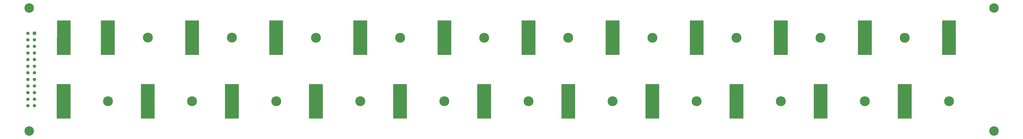
<source format=gbr>
%TF.GenerationSoftware,KiCad,Pcbnew,9.0.4*%
%TF.CreationDate,2025-09-16T19:44:55+08:00*%
%TF.ProjectId,accum_pcb_up,61636375-6d5f-4706-9362-5f75702e6b69,rev?*%
%TF.SameCoordinates,Original*%
%TF.FileFunction,Soldermask,Bot*%
%TF.FilePolarity,Negative*%
%FSLAX46Y46*%
G04 Gerber Fmt 4.6, Leading zero omitted, Abs format (unit mm)*
G04 Created by KiCad (PCBNEW 9.0.4) date 2025-09-16 19:44:55*
%MOMM*%
%LPD*%
G01*
G04 APERTURE LIST*
G04 Aperture macros list*
%AMRoundRect*
0 Rectangle with rounded corners*
0 $1 Rounding radius*
0 $2 $3 $4 $5 $6 $7 $8 $9 X,Y pos of 4 corners*
0 Add a 4 corners polygon primitive as box body*
4,1,4,$2,$3,$4,$5,$6,$7,$8,$9,$2,$3,0*
0 Add four circle primitives for the rounded corners*
1,1,$1+$1,$2,$3*
1,1,$1+$1,$4,$5*
1,1,$1+$1,$6,$7*
1,1,$1+$1,$8,$9*
0 Add four rect primitives between the rounded corners*
20,1,$1+$1,$2,$3,$4,$5,0*
20,1,$1+$1,$4,$5,$6,$7,0*
20,1,$1+$1,$6,$7,$8,$9,0*
20,1,$1+$1,$8,$9,$2,$3,0*%
G04 Aperture macros list end*
%ADD10C,4.500000*%
%ADD11RoundRect,0.250001X-0.499999X0.499999X-0.499999X-0.499999X0.499999X-0.499999X0.499999X0.499999X0*%
%ADD12C,1.500000*%
%ADD13C,4.300000*%
G04 APERTURE END LIST*
D10*
%TO.C,*%
X235443015Y-179675500D03*
%TD*%
%TO.C,*%
X349583304Y-179680000D03*
%TD*%
%TO.C,*%
X367583985Y-179681500D03*
%TD*%
%TO.C,*%
X501770334Y-179686000D03*
%TD*%
%TO.C,*%
X139303985Y-179672500D03*
%TD*%
%TO.C,*%
X291491015Y-179678500D03*
%TD*%
%TO.C,*%
X177350333Y-179674000D03*
%TD*%
%TO.C,*%
X215382564Y-208611500D03*
%TD*%
%TO.C,*%
X159350015Y-208610500D03*
%TD*%
%TO.C,*%
X177350696Y-208612000D03*
%TD*%
%TO.C,*%
X121303682Y-208611500D03*
%TD*%
%TO.C,*%
X367584348Y-208619500D03*
%TD*%
%TO.C,*%
X443678015Y-208620500D03*
%TD*%
%TO.C,*%
X405631363Y-208619000D03*
%TD*%
%TO.C,*%
X235443378Y-208611500D03*
%TD*%
%TO.C,*%
X387629652Y-179681500D03*
%TD*%
D11*
%TO.C,J1*%
X88070000Y-177652144D03*
D12*
X88070000Y-180652144D03*
X88070000Y-183652144D03*
X88070000Y-186652144D03*
X88070000Y-189652144D03*
X88070000Y-192652144D03*
X88070000Y-195652144D03*
X88070000Y-198652144D03*
X88070000Y-201652144D03*
X88070000Y-204652144D03*
X88070000Y-207652144D03*
X88070000Y-210652144D03*
X85070000Y-177652144D03*
X85070000Y-180652144D03*
X85070000Y-183652144D03*
X85070000Y-186652144D03*
X85070000Y-189652144D03*
X85070000Y-192652144D03*
X85070000Y-195652144D03*
X85070000Y-198652144D03*
X85070000Y-201652144D03*
X85070000Y-204652144D03*
X85070000Y-207652144D03*
X85070000Y-210652144D03*
%TD*%
D10*
%TO.C,*%
X425677030Y-208619000D03*
%TD*%
%TO.C,*%
X311536682Y-208611500D03*
%TD*%
D13*
%TO.C,H2*%
X522111000Y-222119000D03*
%TD*%
D10*
%TO.C,*%
X311536682Y-179678500D03*
%TD*%
%TO.C,*%
X349583667Y-208618000D03*
%TD*%
%TO.C,*%
X197396000Y-179674000D03*
%TD*%
%TO.C,*%
X253444363Y-208613000D03*
%TD*%
%TO.C,*%
X329537637Y-179680000D03*
%TD*%
D13*
%TO.C,H1*%
X522111000Y-166186000D03*
%TD*%
D10*
%TO.C,*%
X291491015Y-208611500D03*
%TD*%
%TO.C,*%
X273490030Y-208613000D03*
%TD*%
%TO.C,*%
X387630015Y-208619500D03*
%TD*%
%TO.C,*%
X273489667Y-179677000D03*
%TD*%
%TO.C,*%
X215397348Y-179675500D03*
%TD*%
%TO.C,*%
X443677652Y-179684500D03*
%TD*%
%TO.C,*%
X463723319Y-179684500D03*
%TD*%
%TO.C,*%
X159349652Y-179672500D03*
%TD*%
%TO.C,*%
X139304348Y-208610500D03*
%TD*%
%TO.C,*%
X101257652Y-179673500D03*
%TD*%
%TO.C,*%
X481724667Y-179686000D03*
%TD*%
%TO.C,*%
X481724667Y-208619000D03*
%TD*%
%TO.C,*%
X121303319Y-179673500D03*
%TD*%
%TO.C,*%
X329538000Y-208618000D03*
%TD*%
D13*
%TO.C,H4*%
X85629000Y-222118000D03*
%TD*%
D10*
%TO.C,*%
X101258015Y-208611500D03*
%TD*%
%TO.C,*%
X501770334Y-208619000D03*
%TD*%
%TO.C,*%
X405631000Y-179683000D03*
%TD*%
%TO.C,*%
X463723682Y-208620500D03*
%TD*%
%TO.C,*%
X425676667Y-179683000D03*
%TD*%
%TO.C,*%
X253444000Y-179677000D03*
%TD*%
%TO.C,*%
X197396363Y-208612000D03*
%TD*%
D13*
%TO.C,H3*%
X85629000Y-166186000D03*
%TD*%
G36*
X446732540Y-200829685D02*
G01*
X446778295Y-200882489D01*
X446789501Y-200934000D01*
X446789501Y-216307000D01*
X446769816Y-216374039D01*
X446717012Y-216419794D01*
X446665501Y-216431000D01*
X440690538Y-216431000D01*
X440623499Y-216411315D01*
X440577744Y-216358511D01*
X440566538Y-216306992D01*
X440567498Y-200933992D01*
X440587187Y-200866954D01*
X440639994Y-200821202D01*
X440691498Y-200810000D01*
X446665501Y-200810000D01*
X446732540Y-200829685D01*
G37*
G36*
X484779192Y-200828185D02*
G01*
X484824947Y-200880989D01*
X484836153Y-200932500D01*
X484836153Y-216305500D01*
X484816468Y-216372539D01*
X484763664Y-216418294D01*
X484712153Y-216429500D01*
X478737190Y-216429500D01*
X478670151Y-216409815D01*
X478624396Y-216357011D01*
X478613190Y-216305492D01*
X478614150Y-200932492D01*
X478633839Y-200865454D01*
X478686646Y-200819702D01*
X478738150Y-200808500D01*
X484712153Y-200808500D01*
X484779192Y-200828185D01*
G37*
G36*
X466777844Y-171893685D02*
G01*
X466823599Y-171946489D01*
X466834805Y-171998000D01*
X466834805Y-187371000D01*
X466815120Y-187438039D01*
X466762316Y-187483794D01*
X466710805Y-187495000D01*
X460735842Y-187495000D01*
X460668803Y-187475315D01*
X460623048Y-187422511D01*
X460611842Y-187370992D01*
X460612802Y-171997992D01*
X460632491Y-171930954D01*
X460685298Y-171885202D01*
X460736802Y-171874000D01*
X466710805Y-171874000D01*
X466777844Y-171893685D01*
G37*
G36*
X218437091Y-200820685D02*
G01*
X218482846Y-200873489D01*
X218494052Y-200925000D01*
X218494052Y-216298000D01*
X218474367Y-216365039D01*
X218421563Y-216410794D01*
X218370052Y-216422000D01*
X212395084Y-216422000D01*
X212328045Y-216402315D01*
X212282290Y-216349511D01*
X212271084Y-216297992D01*
X212272044Y-200924992D01*
X212291733Y-200857954D01*
X212344540Y-200812202D01*
X212396044Y-200801000D01*
X218370052Y-200801000D01*
X218437091Y-200820685D01*
G37*
G36*
X256498888Y-200822185D02*
G01*
X256544643Y-200874989D01*
X256555849Y-200926500D01*
X256555849Y-216299500D01*
X256536164Y-216366539D01*
X256483360Y-216412294D01*
X256431849Y-216423500D01*
X250456886Y-216423500D01*
X250389847Y-216403815D01*
X250344092Y-216351011D01*
X250332886Y-216299492D01*
X250333846Y-200926492D01*
X250353535Y-200859454D01*
X250406342Y-200813702D01*
X250457846Y-200802500D01*
X256431849Y-200802500D01*
X256498888Y-200822185D01*
G37*
G36*
X294545540Y-200820685D02*
G01*
X294591295Y-200873489D01*
X294602501Y-200925000D01*
X294602501Y-216298000D01*
X294582816Y-216365039D01*
X294530012Y-216410794D01*
X294478501Y-216422000D01*
X288503538Y-216422000D01*
X288436499Y-216402315D01*
X288390744Y-216349511D01*
X288379538Y-216297992D01*
X288380498Y-200924992D01*
X288400187Y-200857954D01*
X288452994Y-200812202D01*
X288504498Y-200801000D01*
X294478501Y-200801000D01*
X294545540Y-200820685D01*
G37*
G36*
X162404177Y-171881685D02*
G01*
X162449932Y-171934489D01*
X162461138Y-171986000D01*
X162461138Y-187359000D01*
X162441453Y-187426039D01*
X162388649Y-187471794D01*
X162337138Y-187483000D01*
X156362175Y-187483000D01*
X156295136Y-187463315D01*
X156249381Y-187410511D01*
X156238175Y-187358992D01*
X156239135Y-171985992D01*
X156258824Y-171918954D01*
X156311631Y-171873202D01*
X156363135Y-171862000D01*
X162337138Y-171862000D01*
X162404177Y-171881685D01*
G37*
G36*
X504824859Y-171895185D02*
G01*
X504870614Y-171947989D01*
X504881820Y-171999500D01*
X504881820Y-187372500D01*
X504862135Y-187439539D01*
X504809331Y-187485294D01*
X504757820Y-187496500D01*
X498782857Y-187496500D01*
X498715818Y-187476815D01*
X498670063Y-187424011D01*
X498658857Y-187372492D01*
X498659817Y-171999492D01*
X498679506Y-171932454D01*
X498732313Y-171886702D01*
X498783817Y-171875500D01*
X504757820Y-171875500D01*
X504824859Y-171895185D01*
G37*
G36*
X200450525Y-171883185D02*
G01*
X200496280Y-171935989D01*
X200507486Y-171987500D01*
X200507486Y-187360500D01*
X200487801Y-187427539D01*
X200434997Y-187473294D01*
X200383486Y-187484500D01*
X194408523Y-187484500D01*
X194341484Y-187464815D01*
X194295729Y-187412011D01*
X194284523Y-187360492D01*
X194285483Y-171987492D01*
X194305172Y-171920454D01*
X194357979Y-171874702D01*
X194409483Y-171863500D01*
X200383486Y-171863500D01*
X200450525Y-171883185D01*
G37*
G36*
X408685888Y-200828185D02*
G01*
X408731643Y-200880989D01*
X408742849Y-200932500D01*
X408742849Y-216305500D01*
X408723164Y-216372539D01*
X408670360Y-216418294D01*
X408618849Y-216429500D01*
X402643886Y-216429500D01*
X402576847Y-216409815D01*
X402531092Y-216357011D01*
X402519886Y-216305492D01*
X402520846Y-200932492D01*
X402540535Y-200865454D01*
X402593342Y-200819702D01*
X402644846Y-200808500D01*
X408618849Y-200808500D01*
X408685888Y-200828185D01*
G37*
G36*
X180405221Y-200821185D02*
G01*
X180450976Y-200873989D01*
X180462182Y-200925500D01*
X180462182Y-216298500D01*
X180442497Y-216365539D01*
X180389693Y-216411294D01*
X180338182Y-216422500D01*
X174363219Y-216422500D01*
X174296180Y-216402815D01*
X174250425Y-216350011D01*
X174239219Y-216298492D01*
X174240179Y-200925492D01*
X174259868Y-200858454D01*
X174312675Y-200812702D01*
X174364179Y-200801500D01*
X180338182Y-200801500D01*
X180405221Y-200821185D01*
G37*
G36*
X124284563Y-171882685D02*
G01*
X124330318Y-171935489D01*
X124341524Y-171987000D01*
X124341524Y-187360000D01*
X124321839Y-187427039D01*
X124269035Y-187472794D01*
X124217524Y-187484000D01*
X118242561Y-187484000D01*
X118175522Y-187464315D01*
X118129767Y-187411511D01*
X118118561Y-187359992D01*
X118119521Y-171986992D01*
X118139210Y-171919954D01*
X118192017Y-171874202D01*
X118243521Y-171863000D01*
X124217524Y-171863000D01*
X124284563Y-171882685D01*
G37*
G36*
X238497540Y-171884685D02*
G01*
X238543295Y-171937489D01*
X238554501Y-171989000D01*
X238554501Y-187362000D01*
X238534816Y-187429039D01*
X238482012Y-187474794D01*
X238430501Y-187486000D01*
X232455538Y-187486000D01*
X232388499Y-187466315D01*
X232342744Y-187413511D01*
X232331538Y-187361992D01*
X232332498Y-171988992D01*
X232352187Y-171921954D01*
X232404994Y-171876202D01*
X232456498Y-171865000D01*
X238430501Y-171865000D01*
X238497540Y-171884685D01*
G37*
G36*
X370638873Y-200828685D02*
G01*
X370684628Y-200881489D01*
X370695834Y-200933000D01*
X370695834Y-216306000D01*
X370676149Y-216373039D01*
X370623345Y-216418794D01*
X370571834Y-216430000D01*
X364596871Y-216430000D01*
X364529832Y-216410315D01*
X364484077Y-216357511D01*
X364472871Y-216305992D01*
X364473831Y-200932992D01*
X364493520Y-200865954D01*
X364546327Y-200820202D01*
X364597831Y-200809000D01*
X370571834Y-200809000D01*
X370638873Y-200828685D01*
G37*
G36*
X276544192Y-171886185D02*
G01*
X276589947Y-171938989D01*
X276601153Y-171990500D01*
X276601153Y-187363500D01*
X276581468Y-187430539D01*
X276528664Y-187476294D01*
X276477153Y-187487500D01*
X270502190Y-187487500D01*
X270435151Y-187467815D01*
X270389396Y-187415011D01*
X270378190Y-187363492D01*
X270379150Y-171990492D01*
X270398839Y-171923454D01*
X270451646Y-171877702D01*
X270503150Y-171866500D01*
X276477153Y-171866500D01*
X276544192Y-171886185D01*
G37*
G36*
X352637829Y-171889185D02*
G01*
X352683584Y-171941989D01*
X352694790Y-171993500D01*
X352694790Y-187366500D01*
X352675105Y-187433539D01*
X352622301Y-187479294D01*
X352570790Y-187490500D01*
X346595827Y-187490500D01*
X346528788Y-187470815D01*
X346483033Y-187418011D01*
X346471827Y-187366492D01*
X346472787Y-171993492D01*
X346492476Y-171926454D01*
X346545283Y-171880702D01*
X346596787Y-171869500D01*
X352570790Y-171869500D01*
X352637829Y-171889185D01*
G37*
G36*
X314591207Y-171887685D02*
G01*
X314636962Y-171940489D01*
X314648168Y-171992000D01*
X314648168Y-187365000D01*
X314628483Y-187432039D01*
X314575679Y-187477794D01*
X314524168Y-187489000D01*
X308549205Y-187489000D01*
X308482166Y-187469315D01*
X308436411Y-187416511D01*
X308425205Y-187364992D01*
X308426165Y-171991992D01*
X308445854Y-171924954D01*
X308498661Y-171879202D01*
X308550165Y-171868000D01*
X314524168Y-171868000D01*
X314591207Y-171887685D01*
G37*
G36*
X104312540Y-200820685D02*
G01*
X104358295Y-200873489D01*
X104369501Y-200925000D01*
X104369501Y-216298000D01*
X104349816Y-216365039D01*
X104297012Y-216410794D01*
X104245501Y-216422000D01*
X98270538Y-216422000D01*
X98203499Y-216402315D01*
X98157744Y-216349511D01*
X98146538Y-216297992D01*
X98147498Y-200924992D01*
X98167187Y-200857954D01*
X98219994Y-200812202D01*
X98271498Y-200801000D01*
X104245501Y-200801000D01*
X104312540Y-200820685D01*
G37*
G36*
X428731192Y-171892185D02*
G01*
X428776947Y-171944989D01*
X428788153Y-171996500D01*
X428788153Y-187369500D01*
X428768468Y-187436539D01*
X428715664Y-187482294D01*
X428664153Y-187493500D01*
X422689190Y-187493500D01*
X422622151Y-187473815D01*
X422576396Y-187421011D01*
X422565190Y-187369492D01*
X422566150Y-171996492D01*
X422585839Y-171929454D01*
X422638646Y-171883702D01*
X422690150Y-171872500D01*
X428664153Y-171872500D01*
X428731192Y-171892185D01*
G37*
G36*
X332592525Y-200827185D02*
G01*
X332638280Y-200879989D01*
X332649486Y-200931500D01*
X332649486Y-216304500D01*
X332629801Y-216371539D01*
X332576997Y-216417294D01*
X332525486Y-216428500D01*
X326550523Y-216428500D01*
X326483484Y-216408815D01*
X326437729Y-216356011D01*
X326426523Y-216304492D01*
X326427483Y-200931492D01*
X326447172Y-200864454D01*
X326499979Y-200818702D01*
X326551483Y-200807500D01*
X332525486Y-200807500D01*
X332592525Y-200827185D01*
G37*
G36*
X142358873Y-200819685D02*
G01*
X142404628Y-200872489D01*
X142415834Y-200924000D01*
X142415834Y-216297000D01*
X142396149Y-216364039D01*
X142343345Y-216409794D01*
X142291834Y-216421000D01*
X136316871Y-216421000D01*
X136249832Y-216401315D01*
X136204077Y-216348511D01*
X136192871Y-216296992D01*
X136193831Y-200923992D01*
X136213520Y-200856954D01*
X136266327Y-200811202D01*
X136317831Y-200800000D01*
X142291834Y-200800000D01*
X142358873Y-200819685D01*
G37*
G36*
X390684177Y-171890685D02*
G01*
X390729932Y-171943489D01*
X390741138Y-171995000D01*
X390741138Y-187368000D01*
X390721453Y-187435039D01*
X390668649Y-187480794D01*
X390617138Y-187492000D01*
X384642175Y-187492000D01*
X384575136Y-187472315D01*
X384529381Y-187419511D01*
X384518175Y-187367992D01*
X384519135Y-171994992D01*
X384538824Y-171927954D01*
X384591631Y-171882202D01*
X384643135Y-171871000D01*
X390617138Y-171871000D01*
X390684177Y-171890685D01*
G37*
G36*
X104323117Y-171882685D02*
G01*
X104368872Y-171935489D01*
X104380078Y-171987000D01*
X104380078Y-187360000D01*
X104360393Y-187427039D01*
X104307589Y-187472794D01*
X104256078Y-187484000D01*
X98363118Y-187484000D01*
X98296079Y-187464315D01*
X98250324Y-187411511D01*
X98239118Y-187359992D01*
X98240078Y-171986992D01*
X98259767Y-171919954D01*
X98312574Y-171874202D01*
X98364078Y-171863000D01*
X104256078Y-171863000D01*
X104323117Y-171882685D01*
G37*
M02*

</source>
